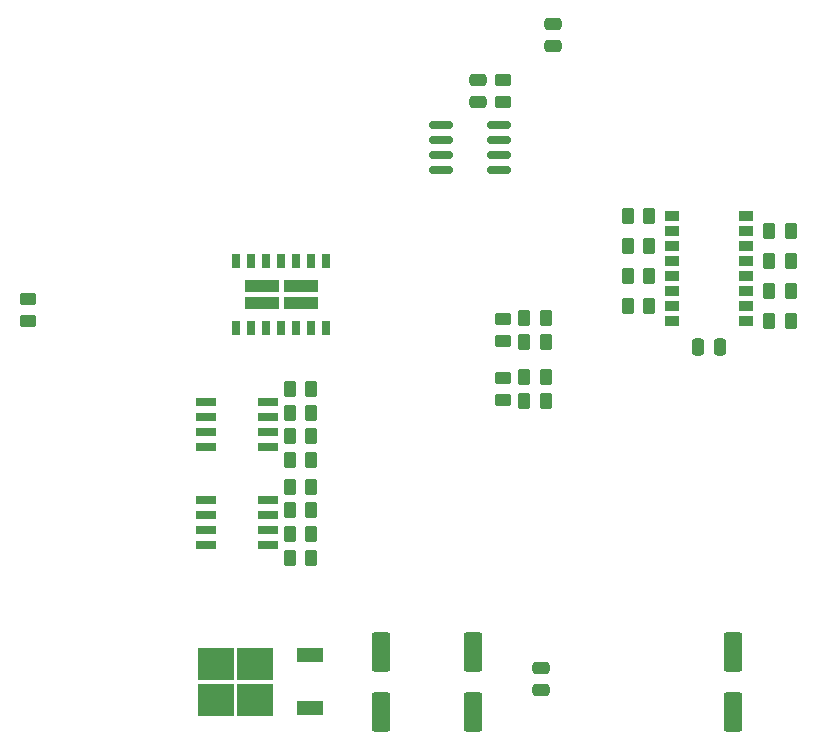
<source format=gbr>
%TF.GenerationSoftware,KiCad,Pcbnew,6.0.7+dfsg-1build1*%
%TF.CreationDate,2023-01-16T17:35:32+01:00*%
%TF.ProjectId,JoeMBMS_V2.2,4a6f654d-424d-4535-9f56-322e322e6b69,rev?*%
%TF.SameCoordinates,Original*%
%TF.FileFunction,Paste,Top*%
%TF.FilePolarity,Positive*%
%FSLAX46Y46*%
G04 Gerber Fmt 4.6, Leading zero omitted, Abs format (unit mm)*
G04 Created by KiCad (PCBNEW 6.0.7+dfsg-1build1) date 2023-01-16 17:35:32*
%MOMM*%
%LPD*%
G01*
G04 APERTURE LIST*
G04 Aperture macros list*
%AMRoundRect*
0 Rectangle with rounded corners*
0 $1 Rounding radius*
0 $2 $3 $4 $5 $6 $7 $8 $9 X,Y pos of 4 corners*
0 Add a 4 corners polygon primitive as box body*
4,1,4,$2,$3,$4,$5,$6,$7,$8,$9,$2,$3,0*
0 Add four circle primitives for the rounded corners*
1,1,$1+$1,$2,$3*
1,1,$1+$1,$4,$5*
1,1,$1+$1,$6,$7*
1,1,$1+$1,$8,$9*
0 Add four rect primitives between the rounded corners*
20,1,$1+$1,$2,$3,$4,$5,0*
20,1,$1+$1,$4,$5,$6,$7,0*
20,1,$1+$1,$6,$7,$8,$9,0*
20,1,$1+$1,$8,$9,$2,$3,0*%
G04 Aperture macros list end*
%ADD10RoundRect,0.250000X-0.550000X1.412500X-0.550000X-1.412500X0.550000X-1.412500X0.550000X1.412500X0*%
%ADD11RoundRect,0.250000X0.475000X-0.250000X0.475000X0.250000X-0.475000X0.250000X-0.475000X-0.250000X0*%
%ADD12RoundRect,0.249998X0.262502X0.450002X-0.262502X0.450002X-0.262502X-0.450002X0.262502X-0.450002X0*%
%ADD13R,1.193800X0.812800*%
%ADD14R,3.050000X2.750000*%
%ADD15R,2.200000X1.200000*%
%ADD16R,1.780000X0.720000*%
%ADD17RoundRect,0.249998X0.450002X-0.262502X0.450002X0.262502X-0.450002X0.262502X-0.450002X-0.262502X0*%
%ADD18RoundRect,0.250000X0.250000X0.475000X-0.250000X0.475000X-0.250000X-0.475000X0.250000X-0.475000X0*%
%ADD19RoundRect,0.249998X-0.450002X0.262502X-0.450002X-0.262502X0.450002X-0.262502X0.450002X0.262502X0*%
%ADD20RoundRect,0.249998X-0.262502X-0.450002X0.262502X-0.450002X0.262502X0.450002X-0.262502X0.450002X0*%
%ADD21R,0.650000X1.310000*%
%ADD22R,2.900000X1.025000*%
%ADD23RoundRect,0.250000X-0.475000X0.250000X-0.475000X-0.250000X0.475000X-0.250000X0.475000X0.250000X0*%
%ADD24RoundRect,0.150000X-0.825000X-0.150000X0.825000X-0.150000X0.825000X0.150000X-0.825000X0.150000X0*%
G04 APERTURE END LIST*
D10*
%TO.C,C5*%
X132750000Y-107962500D03*
X132750000Y-113037500D03*
%TD*%
D11*
%TO.C,C6*%
X146250000Y-111250000D03*
X146250000Y-109350000D03*
%TD*%
D12*
%TO.C,R6*%
X155412500Y-78675000D03*
X153587500Y-78675000D03*
%TD*%
%TO.C,R18*%
X146662500Y-86750000D03*
X144837500Y-86750000D03*
%TD*%
D13*
%TO.C,U4*%
X163649999Y-79945000D03*
X163649999Y-78675000D03*
X163649999Y-77405000D03*
X163649999Y-76135000D03*
X163649999Y-74865000D03*
X163649999Y-73595000D03*
X163649999Y-72325000D03*
X163649999Y-71055000D03*
X157350001Y-71055000D03*
X157350001Y-72325000D03*
X157350001Y-73595000D03*
X157350001Y-74865000D03*
X157350001Y-76135000D03*
X157350001Y-77405000D03*
X157350001Y-78675000D03*
X157350001Y-79945000D03*
%TD*%
D12*
%TO.C,R7*%
X155412500Y-76135000D03*
X153587500Y-76135000D03*
%TD*%
D14*
%TO.C,Q3*%
X122075000Y-112025000D03*
X118725000Y-108975000D03*
X118725000Y-112025000D03*
X122075000Y-108975000D03*
D15*
X126700000Y-112780000D03*
X126700000Y-108220000D03*
%TD*%
D12*
%TO.C,R9*%
X155412500Y-71055000D03*
X153587500Y-71055000D03*
%TD*%
%TO.C,R10*%
X126825000Y-100000000D03*
X125000000Y-100000000D03*
%TD*%
%TO.C,R3*%
X167412500Y-77405000D03*
X165587500Y-77405000D03*
%TD*%
D16*
%TO.C,Q2*%
X123110000Y-98905000D03*
X123110000Y-97635000D03*
X123110000Y-96365000D03*
X123110000Y-95095000D03*
X117890000Y-95095000D03*
X117890000Y-96365000D03*
X117890000Y-97635000D03*
X117890000Y-98905000D03*
%TD*%
D12*
%TO.C,R2*%
X167412500Y-79945000D03*
X165587500Y-79945000D03*
%TD*%
D17*
%TO.C,R24*%
X102800000Y-79962500D03*
X102800000Y-78137500D03*
%TD*%
D10*
%TO.C,C8*%
X140500000Y-107962500D03*
X140500000Y-113037500D03*
%TD*%
D11*
%TO.C,C2*%
X147250000Y-56700000D03*
X147250000Y-54800000D03*
%TD*%
D12*
%TO.C,R5*%
X167412500Y-72325000D03*
X165587500Y-72325000D03*
%TD*%
D18*
%TO.C,C3*%
X161450000Y-82150000D03*
X159550000Y-82150000D03*
%TD*%
D12*
%TO.C,R11*%
X126825000Y-98000000D03*
X125000000Y-98000000D03*
%TD*%
%TO.C,R13*%
X126825000Y-94000000D03*
X125000000Y-94000000D03*
%TD*%
%TO.C,R8*%
X155412500Y-73595000D03*
X153587500Y-73595000D03*
%TD*%
D17*
%TO.C,R20*%
X143000000Y-86662500D03*
X143000000Y-84837500D03*
%TD*%
D12*
%TO.C,R12*%
X126825000Y-96000000D03*
X125000000Y-96000000D03*
%TD*%
D19*
%TO.C,R23*%
X143000000Y-79837500D03*
X143000000Y-81662500D03*
%TD*%
%TO.C,R1*%
X143000000Y-59587500D03*
X143000000Y-61412500D03*
%TD*%
D10*
%TO.C,C7*%
X162500000Y-107962500D03*
X162500000Y-113037500D03*
%TD*%
D12*
%TO.C,R4*%
X167412500Y-74865000D03*
X165587500Y-74865000D03*
%TD*%
%TO.C,R21*%
X146662500Y-79750000D03*
X144837500Y-79750000D03*
%TD*%
D20*
%TO.C,R22*%
X144837500Y-81750000D03*
X146662500Y-81750000D03*
%TD*%
D12*
%TO.C,R15*%
X126825000Y-89750000D03*
X125000000Y-89750000D03*
%TD*%
D16*
%TO.C,Q1*%
X123110000Y-90655000D03*
X123110000Y-89385000D03*
X123110000Y-88115000D03*
X123110000Y-86845000D03*
X117890000Y-86845000D03*
X117890000Y-88115000D03*
X117890000Y-89385000D03*
X117890000Y-90655000D03*
%TD*%
D12*
%TO.C,R14*%
X126825000Y-91750000D03*
X125000000Y-91750000D03*
%TD*%
%TO.C,R17*%
X126825000Y-85750000D03*
X125000000Y-85750000D03*
%TD*%
%TO.C,R16*%
X126825000Y-87750000D03*
X125000000Y-87750000D03*
%TD*%
D21*
%TO.C,S1*%
X120440000Y-80595000D03*
X121710000Y-80595000D03*
X122980000Y-80595000D03*
X124250000Y-80595000D03*
X125520000Y-80595000D03*
X126790000Y-80595000D03*
X128060000Y-80595000D03*
X128060000Y-74905000D03*
X126790000Y-74905000D03*
X125520000Y-74905000D03*
X124250000Y-74905000D03*
X122980000Y-74905000D03*
X121710000Y-74905000D03*
X120440000Y-74905000D03*
D22*
X125900000Y-77037500D03*
X125900000Y-78462500D03*
X122600000Y-78462500D03*
X122600000Y-77037500D03*
%TD*%
D23*
%TO.C,C1*%
X140900000Y-59550000D03*
X140900000Y-61450000D03*
%TD*%
D20*
%TO.C,R19*%
X144837500Y-84750000D03*
X146662500Y-84750000D03*
%TD*%
D24*
%TO.C,U2*%
X137750000Y-63345000D03*
X137750000Y-64615000D03*
X137750000Y-65885000D03*
X137750000Y-67155000D03*
X142700000Y-67155000D03*
X142700000Y-65885000D03*
X142700000Y-64615000D03*
X142700000Y-63345000D03*
%TD*%
M02*

</source>
